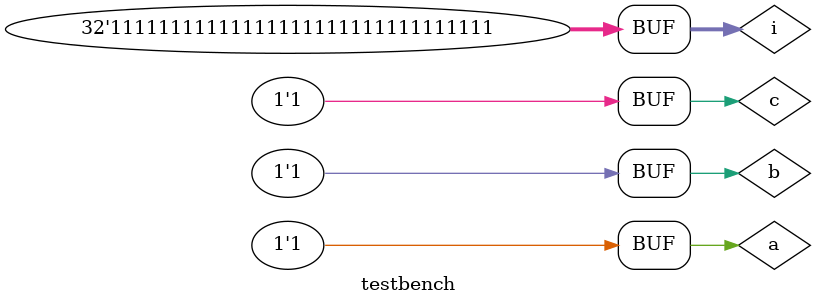
<source format=v>
`include "three_to_8_decoder.v"

module testbench();

reg a,b,c;
wire [7:0] out;
integer i;

three_to_eight_decoder dec(a,b,c,out);

initial begin
    a = 0;b=0;c=0;
    #5
    a = 0; b =0; c=1;
    #5
    a = 0;b=1;c=0;
    #5
    a = 0; b =1; c=1;
    #5
    a = 1;b=0;c=0;
    #5
    a = 1; b =0; c=1;
    #5
    a = 1;b=1;c=0;
    #5
    a = 1; b =1; c=1;

end



always @(out) begin
    for (i = 7;i>=0;i-- ) begin
        $display("%d %d",out[i],$time);

        
    end
    $display("\n");
    
    
end
endmodule
</source>
